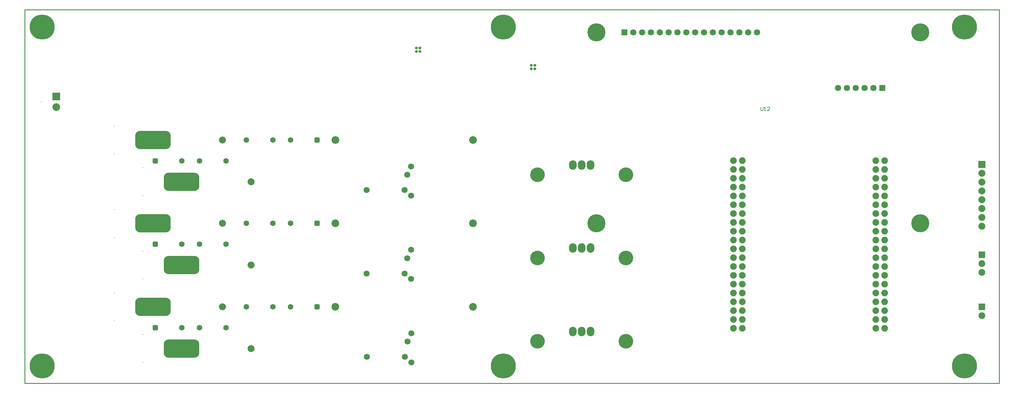
<source format=gbs>
G04 Layer_Color=16711935*
%FSLAX43Y43*%
%MOMM*%
G71*
G01*
G75*
%ADD37C,0.254*%
%ADD38C,0.178*%
%ADD94O,2.203X2.703*%
%ADD95C,2.203*%
%ADD96C,2.003*%
%ADD97R,0.203X0.203*%
%ADD98C,1.803*%
%ADD99R,1.803X1.803*%
%ADD100C,1.727*%
%ADD101C,1.903*%
%ADD102C,1.953*%
%ADD103R,1.953X1.953*%
%ADD104C,4.203*%
%ADD105R,0.203X0.203*%
%ADD106R,2.203X2.203*%
%ADD107C,7.203*%
%ADD108R,2.003X2.003*%
%ADD109C,5.203*%
%ADD110C,1.603*%
G04:AMPARAMS|DCode=111|XSize=1.603mm|YSize=1.603mm|CornerRadius=0.452mm|HoleSize=0mm|Usage=FLASHONLY|Rotation=180.000|XOffset=0mm|YOffset=0mm|HoleType=Round|Shape=RoundedRectangle|*
%AMROUNDEDRECTD111*
21,1,1.603,0.700,0,0,180.0*
21,1,0.700,1.603,0,0,180.0*
1,1,0.903,-0.350,0.350*
1,1,0.903,0.350,0.350*
1,1,0.903,0.350,-0.350*
1,1,0.903,-0.350,-0.350*
%
%ADD111ROUNDEDRECTD111*%
%ADD112C,0.803*%
G04:AMPARAMS|DCode=113|XSize=10.203mm|YSize=5.203mm|CornerRadius=1.352mm|HoleSize=0mm|Usage=FLASHONLY|Rotation=180.000|XOffset=0mm|YOffset=0mm|HoleType=Round|Shape=RoundedRectangle|*
%AMROUNDEDRECTD113*
21,1,10.203,2.500,0,0,180.0*
21,1,7.500,5.203,0,0,180.0*
1,1,2.703,-3.750,1.250*
1,1,2.703,3.750,1.250*
1,1,2.703,3.750,-1.250*
1,1,2.703,-3.750,-1.250*
%
%ADD113ROUNDEDRECTD113*%
D37*
X0Y0D02*
X280000D01*
Y107500D01*
X0D02*
X280000D01*
X0Y0D02*
Y107500D01*
D38*
X211476Y79508D02*
Y78661D01*
X211645Y78492D01*
X211984D01*
X212153Y78661D01*
Y79508D01*
X212492Y78492D02*
X212830D01*
X212661D01*
Y79508D01*
X212492Y79338D01*
X214015Y78492D02*
X213338D01*
X214015Y79169D01*
Y79338D01*
X213846Y79508D01*
X213507D01*
X213338Y79338D01*
D94*
X157450Y14900D02*
D03*
X160000D02*
D03*
X162550D02*
D03*
X157450Y62800D02*
D03*
X160000D02*
D03*
X162550D02*
D03*
X157450Y38900D02*
D03*
X160000D02*
D03*
X162550D02*
D03*
D95*
X89250Y22000D02*
D03*
X128750D02*
D03*
X9000Y79500D02*
D03*
X89250Y70000D02*
D03*
X128750D02*
D03*
X89250Y46000D02*
D03*
X128750D02*
D03*
D96*
X65000Y10000D02*
D03*
X275000Y45220D02*
D03*
Y47760D02*
D03*
Y50300D02*
D03*
Y52840D02*
D03*
Y55380D02*
D03*
Y57920D02*
D03*
Y60460D02*
D03*
X56800Y70000D02*
D03*
Y46000D02*
D03*
Y22000D02*
D03*
X65000Y58000D02*
D03*
Y34000D02*
D03*
D97*
X33925Y14000D02*
D03*
Y6000D02*
D03*
X25725Y74000D02*
D03*
Y66000D02*
D03*
Y50000D02*
D03*
Y42000D02*
D03*
Y26000D02*
D03*
Y18000D02*
D03*
X33925Y62000D02*
D03*
Y54000D02*
D03*
Y38000D02*
D03*
Y30000D02*
D03*
D98*
X233650Y85000D02*
D03*
X238730D02*
D03*
X243810D02*
D03*
X241270D02*
D03*
X236190D02*
D03*
X207810Y101000D02*
D03*
X202730D02*
D03*
X195110D02*
D03*
X190030D02*
D03*
X184950D02*
D03*
X179870D02*
D03*
X174790D02*
D03*
X177330D02*
D03*
X182410D02*
D03*
X187490D02*
D03*
X192570D02*
D03*
X197650D02*
D03*
X200190D02*
D03*
X205270D02*
D03*
X210350D02*
D03*
D99*
X246350Y85000D02*
D03*
X172250Y101000D02*
D03*
D100*
X111100Y14380D02*
D03*
X109220Y7570D02*
D03*
X98300D02*
D03*
X109980Y11970D02*
D03*
X111100Y6000D02*
D03*
X111000Y62380D02*
D03*
X109120Y55570D02*
D03*
X98200D02*
D03*
X109880Y59970D02*
D03*
X111000Y54000D02*
D03*
Y30000D02*
D03*
X109880Y35970D02*
D03*
X98200Y31570D02*
D03*
X109120D02*
D03*
X111000Y38380D02*
D03*
D101*
X203560Y64100D02*
D03*
Y61560D02*
D03*
Y59020D02*
D03*
Y56480D02*
D03*
Y53940D02*
D03*
Y51400D02*
D03*
Y48860D02*
D03*
Y46320D02*
D03*
Y43780D02*
D03*
Y41240D02*
D03*
Y38700D02*
D03*
Y36160D02*
D03*
Y33620D02*
D03*
Y31080D02*
D03*
Y28540D02*
D03*
Y26000D02*
D03*
Y23460D02*
D03*
Y20920D02*
D03*
Y18380D02*
D03*
Y15840D02*
D03*
X206100Y64100D02*
D03*
Y61560D02*
D03*
Y59020D02*
D03*
Y56480D02*
D03*
Y53940D02*
D03*
Y51400D02*
D03*
Y48860D02*
D03*
Y46320D02*
D03*
Y43780D02*
D03*
Y41240D02*
D03*
Y38700D02*
D03*
Y36160D02*
D03*
Y33620D02*
D03*
Y31080D02*
D03*
Y28540D02*
D03*
Y26000D02*
D03*
Y23460D02*
D03*
Y20920D02*
D03*
Y18380D02*
D03*
Y15840D02*
D03*
X247000D02*
D03*
Y18380D02*
D03*
Y20920D02*
D03*
Y23460D02*
D03*
Y26000D02*
D03*
Y28540D02*
D03*
Y31080D02*
D03*
Y33620D02*
D03*
Y36160D02*
D03*
Y38700D02*
D03*
Y41240D02*
D03*
Y43780D02*
D03*
Y46320D02*
D03*
Y48860D02*
D03*
Y51400D02*
D03*
Y53940D02*
D03*
Y56480D02*
D03*
Y59020D02*
D03*
Y61560D02*
D03*
Y64100D02*
D03*
X244460Y15840D02*
D03*
Y18380D02*
D03*
Y20920D02*
D03*
Y23460D02*
D03*
Y26000D02*
D03*
Y28540D02*
D03*
Y31080D02*
D03*
Y33620D02*
D03*
Y36160D02*
D03*
Y38700D02*
D03*
Y41240D02*
D03*
Y43780D02*
D03*
Y46320D02*
D03*
Y48860D02*
D03*
Y51400D02*
D03*
Y53940D02*
D03*
Y56480D02*
D03*
Y59020D02*
D03*
Y61560D02*
D03*
Y64100D02*
D03*
D102*
X275000Y31920D02*
D03*
Y34460D02*
D03*
Y19460D02*
D03*
D103*
Y37000D02*
D03*
Y22000D02*
D03*
D104*
X147300Y60000D02*
D03*
X172700D02*
D03*
X147300Y12100D02*
D03*
X172700D02*
D03*
X147300Y36000D02*
D03*
X172700D02*
D03*
D105*
X4680Y81000D02*
D03*
D106*
X9000Y82500D02*
D03*
D107*
X270000Y5000D02*
D03*
X137500Y5000D02*
D03*
Y102500D02*
D03*
X5000D02*
D03*
Y5000D02*
D03*
X270000Y102500D02*
D03*
D108*
X275000Y63000D02*
D03*
D109*
X164250Y101000D02*
D03*
X257270Y46000D02*
D03*
X164250D02*
D03*
X257250Y101000D02*
D03*
D110*
X63680Y22000D02*
D03*
X71300D02*
D03*
X76380D02*
D03*
X45120Y64000D02*
D03*
X50200D02*
D03*
X57820D02*
D03*
X63680Y70000D02*
D03*
X71300D02*
D03*
X76380D02*
D03*
X45120Y40000D02*
D03*
X50200D02*
D03*
X57820D02*
D03*
X63680Y46000D02*
D03*
X71300D02*
D03*
X76380D02*
D03*
X45120Y16000D02*
D03*
X50200D02*
D03*
X57820D02*
D03*
D111*
X84000Y22000D02*
D03*
X37500Y64000D02*
D03*
X84000Y70000D02*
D03*
X37500Y40000D02*
D03*
X84000Y46000D02*
D03*
X37500Y16000D02*
D03*
D112*
X146500Y90500D02*
D03*
X145500D02*
D03*
X146500Y91500D02*
D03*
X145500D02*
D03*
X113500Y95500D02*
D03*
X112500D02*
D03*
X113500Y96500D02*
D03*
X112500D02*
D03*
D113*
X45000Y10000D02*
D03*
X36800Y70000D02*
D03*
Y46000D02*
D03*
Y22000D02*
D03*
X45000Y58000D02*
D03*
Y34000D02*
D03*
M02*

</source>
